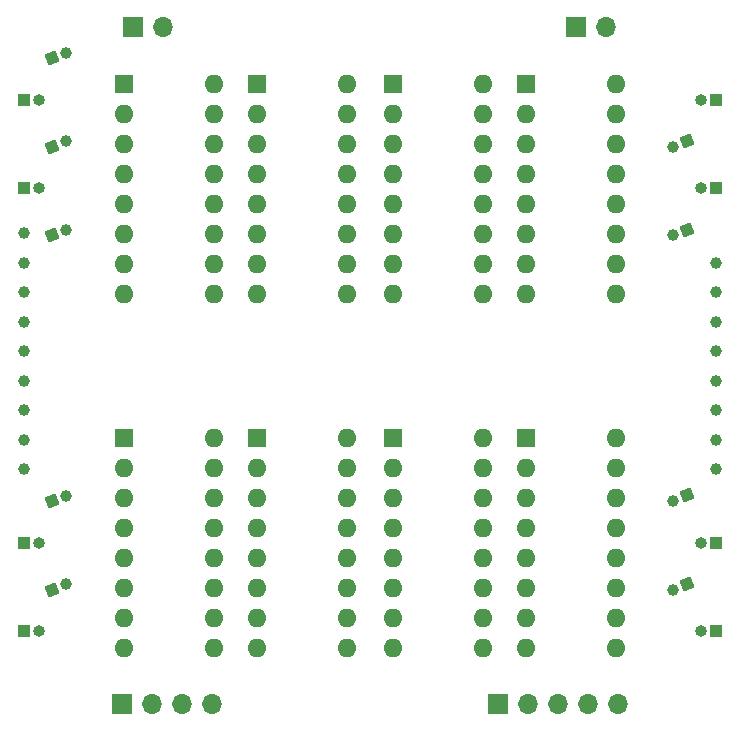
<source format=gbr>
%TF.GenerationSoftware,KiCad,Pcbnew,7.0.1*%
%TF.CreationDate,2023-12-27T22:31:20-05:00*%
%TF.ProjectId,TacTile-C,54616354-696c-4652-9d43-2e6b69636164,rev?*%
%TF.SameCoordinates,Original*%
%TF.FileFunction,Soldermask,Top*%
%TF.FilePolarity,Negative*%
%FSLAX46Y46*%
G04 Gerber Fmt 4.6, Leading zero omitted, Abs format (unit mm)*
G04 Created by KiCad (PCBNEW 7.0.1) date 2023-12-27 22:31:20*
%MOMM*%
%LPD*%
G01*
G04 APERTURE LIST*
G04 Aperture macros list*
%AMHorizOval*
0 Thick line with rounded ends*
0 $1 width*
0 $2 $3 position (X,Y) of the first rounded end (center of the circle)*
0 $4 $5 position (X,Y) of the second rounded end (center of the circle)*
0 Add line between two ends*
20,1,$1,$2,$3,$4,$5,0*
0 Add two circle primitives to create the rounded ends*
1,1,$1,$2,$3*
1,1,$1,$4,$5*%
%AMRotRect*
0 Rectangle, with rotation*
0 The origin of the aperture is its center*
0 $1 length*
0 $2 width*
0 $3 Rotation angle, in degrees counterclockwise*
0 Add horizontal line*
21,1,$1,$2,0,0,$3*%
G04 Aperture macros list end*
%ADD10C,1.000000*%
%ADD11R,1.000000X1.000000*%
%ADD12O,1.000000X1.000000*%
%ADD13R,1.600000X1.600000*%
%ADD14O,1.600000X1.600000*%
%ADD15RotRect,1.000000X1.000000X292.000000*%
%ADD16HorizOval,1.000000X0.000000X0.000000X0.000000X0.000000X0*%
%ADD17RotRect,1.000000X1.000000X112.000000*%
%ADD18HorizOval,1.000000X0.000000X0.000000X0.000000X0.000000X0*%
%ADD19R,1.700000X1.700000*%
%ADD20O,1.700000X1.700000*%
G04 APERTURE END LIST*
D10*
%TO.C,JMP3*%
X25700000Y-51300000D03*
%TD*%
%TO.C,JMP6*%
X25700000Y-58800000D03*
%TD*%
%TO.C,JMP16*%
X84300000Y-63800000D03*
%TD*%
D11*
%TO.C,J6*%
X84300000Y-40000000D03*
D12*
X83030000Y-40000000D03*
%TD*%
D13*
%TO.C,U2*%
X45500000Y-31150000D03*
D14*
X45500000Y-33690000D03*
X45500000Y-36230000D03*
X45500000Y-38770000D03*
X45500000Y-41310000D03*
X45500000Y-43850000D03*
X45500000Y-46390000D03*
X45500000Y-48930000D03*
X53120000Y-48930000D03*
X53120000Y-46390000D03*
X53120000Y-43850000D03*
X53120000Y-41310000D03*
X53120000Y-38770000D03*
X53120000Y-36230000D03*
X53120000Y-33690000D03*
X53120000Y-31150000D03*
%TD*%
D10*
%TO.C,JMP14*%
X84300000Y-58800000D03*
%TD*%
D15*
%TO.C,J10*%
X81852670Y-66006506D03*
D16*
X80675147Y-66482256D03*
%TD*%
D10*
%TO.C,JMP4*%
X25700000Y-53800000D03*
%TD*%
D11*
%TO.C,J2*%
X84300000Y-32500000D03*
D12*
X83030000Y-32500000D03*
%TD*%
D10*
%TO.C,JMP10*%
X84300000Y-48800000D03*
%TD*%
%TO.C,JMP7*%
X25700000Y-61300000D03*
%TD*%
D13*
%TO.C,U5*%
X34250000Y-61150000D03*
D14*
X34250000Y-63690000D03*
X34250000Y-66230000D03*
X34250000Y-68770000D03*
X34250000Y-71310000D03*
X34250000Y-73850000D03*
X34250000Y-76390000D03*
X34250000Y-78930000D03*
X41870000Y-78930000D03*
X41870000Y-76390000D03*
X41870000Y-73850000D03*
X41870000Y-71310000D03*
X41870000Y-68770000D03*
X41870000Y-66230000D03*
X41870000Y-63690000D03*
X41870000Y-61150000D03*
%TD*%
D15*
%TO.C,J8*%
X81852670Y-43506506D03*
D16*
X80675147Y-43982256D03*
%TD*%
D17*
%TO.C,J1*%
X28147331Y-28993494D03*
D18*
X29324854Y-28517744D03*
%TD*%
D10*
%TO.C,JMP1*%
X25700000Y-46300000D03*
%TD*%
D15*
%TO.C,J14*%
X81852670Y-73506506D03*
D16*
X80675147Y-73982256D03*
%TD*%
D11*
%TO.C,J15*%
X25700000Y-77500000D03*
D12*
X26970000Y-77500000D03*
%TD*%
D10*
%TO.C,JMP8*%
X25700000Y-63800000D03*
%TD*%
D13*
%TO.C,U1*%
X34250000Y-31150000D03*
D14*
X34250000Y-33690000D03*
X34250000Y-36230000D03*
X34250000Y-38770000D03*
X34250000Y-41310000D03*
X34250000Y-43850000D03*
X34250000Y-46390000D03*
X34250000Y-48930000D03*
X41870000Y-48930000D03*
X41870000Y-46390000D03*
X41870000Y-43850000D03*
X41870000Y-41310000D03*
X41870000Y-38770000D03*
X41870000Y-36230000D03*
X41870000Y-33690000D03*
X41870000Y-31150000D03*
%TD*%
D11*
%TO.C,J17*%
X25700000Y-32500000D03*
D12*
X26970000Y-32500000D03*
%TD*%
D10*
%TO.C,JMP11*%
X84300000Y-51300000D03*
%TD*%
%TO.C,JMP9*%
X84300000Y-46300000D03*
%TD*%
D17*
%TO.C,J9*%
X28147331Y-66493494D03*
D18*
X29324854Y-66017744D03*
%TD*%
D13*
%TO.C,U3*%
X57000000Y-31150000D03*
D14*
X57000000Y-33690000D03*
X57000000Y-36230000D03*
X57000000Y-38770000D03*
X57000000Y-41310000D03*
X57000000Y-43850000D03*
X57000000Y-46390000D03*
X57000000Y-48930000D03*
X64620000Y-48930000D03*
X64620000Y-46390000D03*
X64620000Y-43850000D03*
X64620000Y-41310000D03*
X64620000Y-38770000D03*
X64620000Y-36230000D03*
X64620000Y-33690000D03*
X64620000Y-31150000D03*
%TD*%
D17*
%TO.C,J3*%
X28147331Y-36493494D03*
D18*
X29324854Y-36017744D03*
%TD*%
D10*
%TO.C,JMP2*%
X25700000Y-48800000D03*
%TD*%
%TO.C,JMP5*%
X25700000Y-56300000D03*
%TD*%
%TO.C,JMP13*%
X84300000Y-56300000D03*
%TD*%
D13*
%TO.C,U6*%
X68250000Y-61150000D03*
D14*
X68250000Y-63690000D03*
X68250000Y-66230000D03*
X68250000Y-68770000D03*
X68250000Y-71310000D03*
X68250000Y-73850000D03*
X68250000Y-76390000D03*
X68250000Y-78930000D03*
X75870000Y-78930000D03*
X75870000Y-76390000D03*
X75870000Y-73850000D03*
X75870000Y-71310000D03*
X75870000Y-68770000D03*
X75870000Y-66230000D03*
X75870000Y-63690000D03*
X75870000Y-61150000D03*
%TD*%
D11*
%TO.C,J11*%
X25700000Y-70000000D03*
D12*
X26970000Y-70000000D03*
%TD*%
D13*
%TO.C,U4*%
X68250000Y-31150000D03*
D14*
X68250000Y-33690000D03*
X68250000Y-36230000D03*
X68250000Y-38770000D03*
X68250000Y-41310000D03*
X68250000Y-43850000D03*
X68250000Y-46390000D03*
X68250000Y-48930000D03*
X75870000Y-48930000D03*
X75870000Y-46390000D03*
X75870000Y-43850000D03*
X75870000Y-41310000D03*
X75870000Y-38770000D03*
X75870000Y-36230000D03*
X75870000Y-33690000D03*
X75870000Y-31150000D03*
%TD*%
D10*
%TO.C,JMP17*%
X25700000Y-43800000D03*
%TD*%
D13*
%TO.C,U8*%
X57000000Y-61150000D03*
D14*
X57000000Y-63690000D03*
X57000000Y-66230000D03*
X57000000Y-68770000D03*
X57000000Y-71310000D03*
X57000000Y-73850000D03*
X57000000Y-76390000D03*
X57000000Y-78930000D03*
X64620000Y-78930000D03*
X64620000Y-76390000D03*
X64620000Y-73850000D03*
X64620000Y-71310000D03*
X64620000Y-68770000D03*
X64620000Y-66230000D03*
X64620000Y-63690000D03*
X64620000Y-61150000D03*
%TD*%
D11*
%TO.C,J12*%
X84300000Y-70000000D03*
D12*
X83030000Y-70000000D03*
%TD*%
D13*
%TO.C,U7*%
X45500000Y-61150000D03*
D14*
X45500000Y-63690000D03*
X45500000Y-66230000D03*
X45500000Y-68770000D03*
X45500000Y-71310000D03*
X45500000Y-73850000D03*
X45500000Y-76390000D03*
X45500000Y-78930000D03*
X53120000Y-78930000D03*
X53120000Y-76390000D03*
X53120000Y-73850000D03*
X53120000Y-71310000D03*
X53120000Y-68770000D03*
X53120000Y-66230000D03*
X53120000Y-63690000D03*
X53120000Y-61150000D03*
%TD*%
D10*
%TO.C,JMP15*%
X84300000Y-61300000D03*
%TD*%
D15*
%TO.C,J4*%
X81852670Y-36006506D03*
D16*
X80675147Y-36482256D03*
%TD*%
D11*
%TO.C,J5*%
X25700000Y-40000000D03*
D12*
X26970000Y-40000000D03*
%TD*%
D17*
%TO.C,J13*%
X28147331Y-73993494D03*
D18*
X29324854Y-73517744D03*
%TD*%
D10*
%TO.C,JMP12*%
X84300000Y-53800000D03*
%TD*%
D11*
%TO.C,J16*%
X84300000Y-77500000D03*
D12*
X83030000Y-77500000D03*
%TD*%
D17*
%TO.C,J7*%
X28147331Y-43993494D03*
D18*
X29324854Y-43517744D03*
%TD*%
D19*
%TO.C,J18*%
X34000000Y-83625000D03*
D20*
X36540000Y-83625000D03*
X39080000Y-83625000D03*
X41620000Y-83625000D03*
%TD*%
D19*
%TO.C,J21*%
X72460000Y-26375000D03*
D20*
X75000000Y-26375000D03*
%TD*%
D19*
%TO.C,J19*%
X65840000Y-83625000D03*
D20*
X68380000Y-83625000D03*
X70920000Y-83625000D03*
X73460000Y-83625000D03*
X76000000Y-83625000D03*
%TD*%
D19*
%TO.C,J20*%
X35000000Y-26375000D03*
D20*
X37540000Y-26375000D03*
%TD*%
M02*

</source>
